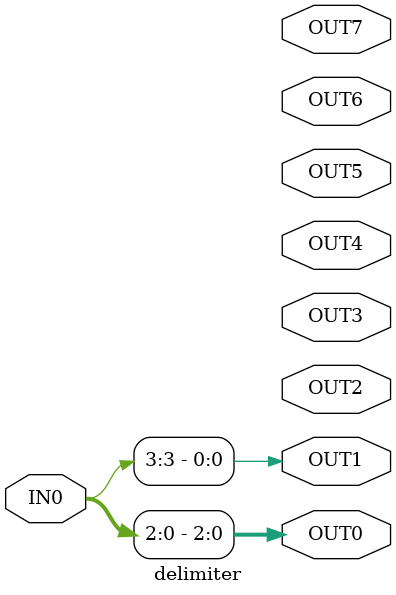
<source format=sv>
module delimiter
  #(
    parameter                       IN0_WIDTH       = 4,
    parameter                       NUM_OUTPUTS     = 2,
    parameter                       OUT0_WIDTH      = 3,
    parameter                       OUT1_WIDTH      = 1,
    parameter                       OUT2_WIDTH      = 0,
    parameter                       OUT3_WIDTH      = 0,
    parameter                       OUT4_WIDTH      = 0,
    parameter                       OUT5_WIDTH      = 0,
    parameter                       OUT6_WIDTH      = 0,
    parameter                       OUT7_WIDTH      = 0
  )
  (
    input  [IN0_WIDTH - 1 : 0]      IN0,
    output [OUT0_WIDTH - 1 : 0]     OUT0,
    output [OUT1_WIDTH - 1 : 0]     OUT1,
    output [OUT2_WIDTH - 1 : 0]     OUT2,
    output [OUT3_WIDTH - 1 : 0]     OUT3,
    output [OUT4_WIDTH - 1 : 0]     OUT4,
    output [OUT5_WIDTH - 1 : 0]     OUT5,
    output [OUT6_WIDTH - 1 : 0]     OUT6,
    output [OUT7_WIDTH - 1 : 0]     OUT7
  );

  generate if (NUM_OUTPUTS == 1) begin
    assign OUT0 = IN0;
  end 
  endgenerate;

  generate if (NUM_OUTPUTS == 2) begin
    assign OUT0 = IN0[OUT0_WIDTH - 1 : 0];
    assign OUT1 = IN0[IN0_WIDTH - 1 : OUT0_WIDTH];
  end
  endgenerate;

  generate if (NUM_OUTPUTS == 3) begin
    assign OUT0 = IN0[OUT0_WIDTH - 1 : 0];
    assign OUT1 = IN0[OUT0_WIDTH + OUT1_WIDTH - 1 : OUT0_WIDTH];
    assign OUT2 = IN0[IN0_WIDTH - 1 : OUT0_WIDTH + OUT1_WIDTH];
  end 
  endgenerate;

  generate if (NUM_OUTPUTS == 4) begin
    assign OUT0 = IN0[OUT0_WIDTH - 1 : 0];
    assign OUT1 = IN0[OUT0_WIDTH + OUT1_WIDTH - 1 : OUT0_WIDTH];
    assign OUT2 = IN0[OUT0_WIDTH + OUT1_WIDTH + OUT2_WIDTH - 1 : OUT0_WIDTH + OUT1_WIDTH];
    assign OUT3 = IN0[IN0_WIDTH - 1 : OUT0_WIDTH + OUT1_WIDTH + OUT2_WIDTH];
  end
  endgenerate;

  generate if (NUM_OUTPUTS == 5) begin
    assign OUT0 = IN0[OUT0_WIDTH - 1 : 0];
    assign OUT1 = IN0[OUT0_WIDTH + OUT1_WIDTH - 1 : OUT0_WIDTH];
    assign OUT2 = IN0[OUT0_WIDTH + OUT1_WIDTH + OUT2_WIDTH - 1 : OUT0_WIDTH + OUT1_WIDTH];
    assign OUT3 = IN0[OUT0_WIDTH + OUT1_WIDTH + OUT2_WIDTH + OUT3_WIDTH - 1 : OUT0_WIDTH + OUT1_WIDTH + OUT2_WIDTH];
    assign OUT4 = IN0[IN0_WIDTH - 1 : OUT0_WIDTH + OUT1_WIDTH + OUT2_WIDTH + OUT3_WIDTH];
  end
  endgenerate;

  generate if (NUM_OUTPUTS == 6) begin
    assign OUT0 = IN0[OUT0_WIDTH - 1 : 0];
    assign OUT1 = IN0[OUT0_WIDTH + OUT1_WIDTH - 1 : OUT0_WIDTH];
    assign OUT2 = IN0[OUT0_WIDTH + OUT1_WIDTH + OUT2_WIDTH - 1 : OUT0_WIDTH + OUT1_WIDTH];
    assign OUT3 = IN0[OUT0_WIDTH + OUT1_WIDTH + OUT2_WIDTH + OUT3_WIDTH - 1 : OUT0_WIDTH + OUT1_WIDTH + OUT2_WIDTH];
    assign OUT4 = IN0[OUT0_WIDTH + OUT1_WIDTH + OUT2_WIDTH + OUT3_WIDTH + OUT4_WIDTH - 1 : OUT0_WIDTH + OUT1_WIDTH + OUT2_WIDTH + OUT3_WIDTH];
    assign OUT5 = IN0[IN0_WIDTH - 1 : OUT0_WIDTH + OUT1_WIDTH + OUT2_WIDTH + OUT3_WIDTH + OUT4_WIDTH];
  end
  endgenerate

  generate if (NUM_OUTPUTS == 7) begin
    assign OUT0 = IN0[OUT0_WIDTH - 1 : 0];
    assign OUT1 = IN0[OUT0_WIDTH + OUT1_WIDTH - 1 : OUT0_WIDTH];
    assign OUT2 = IN0[OUT0_WIDTH + OUT1_WIDTH + OUT2_WIDTH - 1 : OUT0_WIDTH + OUT1_WIDTH];
    assign OUT3 = IN0[OUT0_WIDTH + OUT1_WIDTH + OUT2_WIDTH + OUT3_WIDTH - 1 : OUT0_WIDTH + OUT1_WIDTH + OUT2_WIDTH];
    assign OUT4 = IN0[OUT0_WIDTH + OUT1_WIDTH + OUT2_WIDTH + OUT3_WIDTH + OUT4_WIDTH - 1 : OUT0_WIDTH + OUT1_WIDTH + OUT2_WIDTH + OUT3_WIDTH];
    assign OUT5 = IN0[OUT0_WIDTH + OUT1_WIDTH + OUT2_WIDTH + OUT3_WIDTH + OUT4_WIDTH + OUT5_WIDTH - 1 : OUT0_WIDTH + OUT1_WIDTH + OUT2_WIDTH + OUT3_WIDTH + OUT4_WIDTH];
    assign OUT6 = IN0[IN0_WIDTH - 1 : OUT0_WIDTH + OUT1_WIDTH + OUT2_WIDTH + OUT3_WIDTH + OUT4_WIDTH + OUT5_WIDTH];
  end
  endgenerate

  generate if (NUM_OUTPUTS == 8) begin
    assign OUT0 = IN0[OUT0_WIDTH - 1 : 0];
    assign OUT1 = IN0[OUT0_WIDTH + OUT1_WIDTH - 1 : OUT0_WIDTH];
    assign OUT2 = IN0[OUT0_WIDTH + OUT1_WIDTH + OUT2_WIDTH - 1 : OUT0_WIDTH + OUT1_WIDTH];
    assign OUT3 = IN0[OUT0_WIDTH + OUT1_WIDTH + OUT2_WIDTH + OUT3_WIDTH - 1 : OUT0_WIDTH + OUT1_WIDTH + OUT2_WIDTH];
    assign OUT4 = IN0[OUT0_WIDTH + OUT1_WIDTH + OUT2_WIDTH + OUT3_WIDTH + OUT4_WIDTH - 1 : OUT0_WIDTH + OUT1_WIDTH + OUT2_WIDTH + OUT3_WIDTH];
    assign OUT5 = IN0[OUT0_WIDTH + OUT1_WIDTH + OUT2_WIDTH + OUT3_WIDTH + OUT4_WIDTH + OUT5_WIDTH - 1 : OUT0_WIDTH + OUT1_WIDTH + OUT2_WIDTH + OUT3_WIDTH + OUT4_WIDTH];
    assign OUT6 = IN0[OUT0_WIDTH + OUT1_WIDTH + OUT2_WIDTH + OUT3_WIDTH + OUT4_WIDTH + OUT5_WIDTH + OUT6_WIDTH - 1 : OUT0_WIDTH + OUT1_WIDTH + OUT2_WIDTH + OUT3_WIDTH + OUT4_WIDTH + OUT5_WIDTH];
    assign OUT7 = IN0[IN0_WIDTH - 1 : OUT0_WIDTH + OUT1_WIDTH + OUT2_WIDTH + OUT3_WIDTH + OUT4_WIDTH + OUT5_WIDTH + OUT6_WIDTH]; 
  end
  endgenerate

endmodule

</source>
